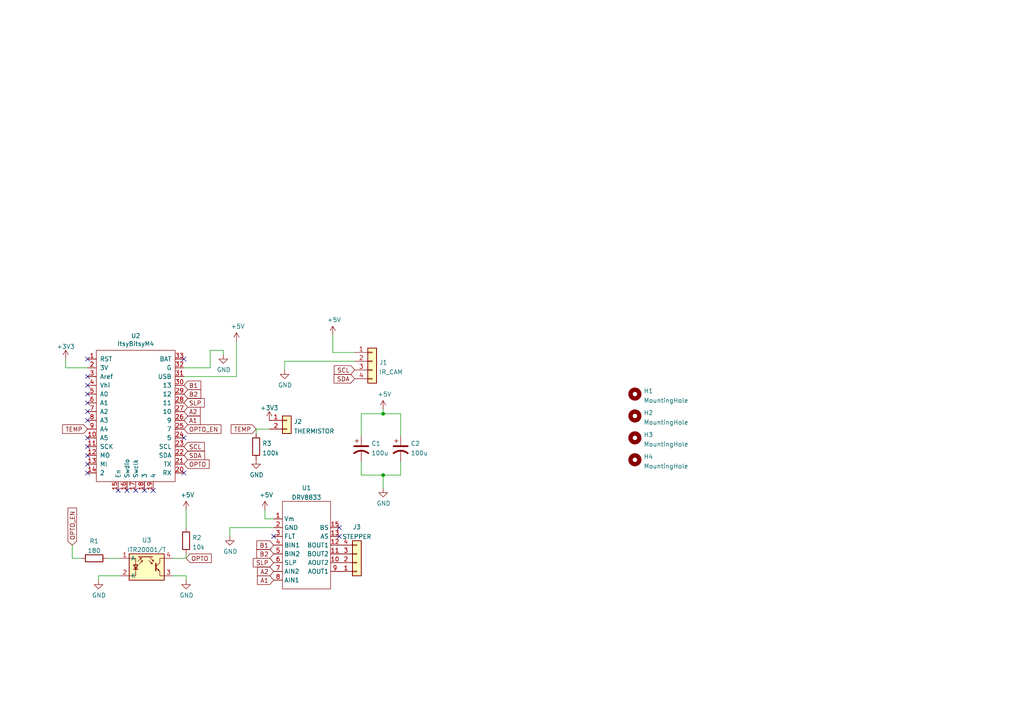
<source format=kicad_sch>
(kicad_sch (version 20211123) (generator eeschema)
  (paper "A4")
  (lib_symbols
    (symbol "Connector_Generic:Conn_01x02" (pin_names (offset 1.016) hide)
      (property "Reference" "J" (at 0 2.54 0))
      (property "Value" "Conn_01x02" (at 0 -5.08 0))
      (symbol "Conn_01x02_1_1"
        (rectangle (start -1.27 -2.413) (end 0 -2.667) (stroke (width 0.1524)))
        (rectangle (start -1.27 0.127) (end 0 -0.127) (stroke (width 0.1524)))
        (rectangle (start -1.27 1.27) (end 1.27 -3.81) (stroke (width 0.254)) (fill (type background)))
        (pin passive line (at -5.08 0 0) (length 3.81) (name "Pin_1") (number "1"))
        (pin passive line (at -5.08 -2.54 0) (length 3.81) (name "Pin_2") (number "2"))
      )
    )
    (symbol "Connector_Generic:Conn_01x04" (pin_names (offset 1.016) hide)
      (property "Reference" "J" (at 0 5.08 0))
      (property "Value" "Conn_01x04" (at 0 -7.62 0))
      (symbol "Conn_01x04_1_1"
        (rectangle (start -1.27 -4.953) (end 0 -5.207) (stroke (width 0.1524)))
        (rectangle (start -1.27 -2.413) (end 0 -2.667) (stroke (width 0.1524)))
        (rectangle (start -1.27 0.127) (end 0 -0.127) (stroke (width 0.1524)))
        (rectangle (start -1.27 2.667) (end 0 2.413) (stroke (width 0.1524)))
        (rectangle (start -1.27 3.81) (end 1.27 -6.35) (stroke (width 0.254)) (fill (type background)))
        (pin passive line (at -5.08 2.54 0) (length 3.81) (name "Pin_1") (number "1"))
        (pin passive line (at -5.08 0 0) (length 3.81) (name "Pin_2") (number "2"))
        (pin passive line (at -5.08 -2.54 0) (length 3.81) (name "Pin_3") (number "3"))
        (pin passive line (at -5.08 -5.08 0) (length 3.81) (name "Pin_4") (number "4"))
      )
    )
    (symbol "Device:C_Polarized_US" (pin_numbers hide) (pin_names (offset 0.254) hide)
      (property "Reference" "C" (at 0.635 2.54 0))
      (property "Value" "C_Polarized_US" (at 0.635 -2.54 0))
      (symbol "C_Polarized_US_0_1"
        (polyline (pts (xy -2.032 0.762) (xy 2.032 0.762)) (stroke (width 0.508)))
        (polyline (pts (xy -1.778 2.286) (xy -0.762 2.286)))
        (polyline (pts (xy -1.27 1.778) (xy -1.27 2.794)))
        (arc (start 2.032 -1.27) (mid 0 -0.5572) (end -2.032 -1.27) (stroke (width 0.508)))
      )
      (symbol "C_Polarized_US_1_1"
        (pin passive line (at 0 3.81 270) (length 2.794) (name "~") (number "1"))
        (pin passive line (at 0 -3.81 90) (length 3.302) (name "~") (number "2"))
      )
    )
    (symbol "Device:R" (pin_numbers hide) (pin_names (offset 0))
      (property "Reference" "R" (at 2.032 0 90))
      (property "Value" "R" (at 0 0 90))
      (symbol "R_0_1"
        (rectangle (start -1.016 -2.54) (end 1.016 2.54) (stroke (width 0.254)))
      )
      (symbol "R_1_1"
        (pin passive line (at 0 3.81 270) (length 1.27) (name "~") (number "1"))
        (pin passive line (at 0 -3.81 90) (length 1.27) (name "~") (number "2"))
      )
    )
    (symbol "Mechanical:MountingHole" (pin_names (offset 1.016))
      (property "Reference" "H" (at 0 5.08 0))
      (property "Value" "MountingHole" (at 0 3.175 0))
      (symbol "MountingHole_0_1"
        (circle (center 0 0) (radius 1.27) (stroke (width 1.27)))
      )
    )
    (symbol "SW2:DRV8833"
      (property "Reference" "U" (at -2.54 1.27 0))
      (property "Value" "DRV8833" (at 5.08 -1.27 0))
      (symbol "DRV8833_0_1"
        (rectangle (start -3.81 0) (end 10.16 -25.4) (stroke (width 0.1524)))
      )
      (symbol "DRV8833_1_1"
        (pin input line (at -6.35 -5.08 0) (length 2.54) (name "Vm") (number "1"))
        (pin input line (at 12.7 -17.78 180) (length 2.54) (name "AOUT2") (number "10"))
        (pin input line (at 12.7 -15.24 180) (length 2.54) (name "BOUT2") (number "11"))
        (pin input line (at 12.7 -12.7 180) (length 2.54) (name "BOUT1") (number "12"))
        (pin input line (at 12.7 -10.16 180) (length 2.54) (name "AS") (number "13"))
        (pin input line (at 12.7 -7.62 180) (length 2.54) (name "BS") (number "15"))
        (pin input line (at -6.35 -7.62 0) (length 2.54) (name "GND") (number "2"))
        (pin input line (at -6.35 -10.16 0) (length 2.54) (name "FLT") (number "3"))
        (pin input line (at -6.35 -12.7 0) (length 2.54) (name "BIN1") (number "4"))
        (pin input line (at -6.35 -15.24 0) (length 2.54) (name "BIN2") (number "5"))
        (pin input line (at -6.35 -17.78 0) (length 2.54) (name "SLP") (number "6"))
        (pin input line (at -6.35 -20.32 0) (length 2.54) (name "AIN2") (number "7"))
        (pin input line (at -6.35 -22.86 0) (length 2.54) (name "AIN1") (number "8"))
        (pin input line (at 12.7 -20.32 180) (length 2.54) (name "AOUT1") (number "9"))
      )
    )
    (symbol "SW2:ITR20001{slash}T"
      (property "Reference" "U" (at 0 2.54 0))
      (property "Value" "ITR20001{slash}T" (at 0 0 0))
      (symbol "ITR20001{slash}T_0_1"
        (polyline (pts (xy -3.81 -5.715) (xy -2.54 -5.715)) (stroke (width 0.254)))
        (polyline (pts (xy -2.286 -2.159) (xy -2.032 -1.905)))
        (polyline (pts (xy -1.778 -2.159) (xy -1.524 -1.905)))
        (polyline (pts (xy -1.524 -2.413) (xy -1.651 -2.921)))
        (polyline (pts (xy -1.27 -2.159) (xy -1.016 -1.905)))
        (polyline (pts (xy -1.143 -3.175) (xy -1.27 -3.683)))
        (polyline (pts (xy -0.762 -2.159) (xy -0.508 -1.905)))
        (polyline (pts (xy -0.254 -2.159) (xy 0 -1.905)))
        (polyline (pts (xy 0.254 -2.159) (xy 0.508 -1.905)))
        (polyline (pts (xy 0.762 -2.159) (xy 1.016 -1.905)))
        (polyline (pts (xy 1.27 -2.159) (xy 1.524 -1.905)))
        (polyline (pts (xy 1.651 -4.191) (xy 1.143 -4.064)))
        (polyline (pts (xy 1.778 -2.159) (xy -2.413 -2.159)))
        (polyline (pts (xy 2.032 -3.429) (xy 1.524 -3.302)))
        (polyline (pts (xy 2.667 -5.207) (xy 3.81 -6.35)))
        (polyline (pts (xy 2.667 -4.953) (xy 3.81 -3.81)))
        (polyline (pts (xy -2.54 -3.429) (xy -1.524 -2.413) (xy -2.032 -2.54)))
        (polyline (pts (xy -2.159 -4.191) (xy -1.143 -3.175) (xy -1.651 -3.302)))
        (polyline (pts (xy 0.635 -3.175) (xy 1.651 -4.191) (xy 1.524 -3.683)))
        (polyline (pts (xy 1.016 -2.413) (xy 2.032 -3.429) (xy 1.905 -2.921)))
        (polyline (pts (xy 2.667 -4.064) (xy 2.667 -6.096) (xy 2.667 -6.096)) (stroke (width 0.3556)))
        (polyline (pts (xy 3.81 -6.35) (xy 3.81 -7.62) (xy 5.08 -7.62)))
        (polyline (pts (xy 3.81 -3.81) (xy 3.81 -2.54) (xy 5.08 -2.54)))
        (polyline (pts (xy -5.08 -7.62) (xy -3.175 -7.62) (xy -3.175 -2.54) (xy -5.08 -2.54)))
        (polyline (pts (xy -3.175 -5.715) (xy -3.81 -4.445) (xy -2.54 -4.445) (xy -3.175 -5.715)) (stroke (width 0.254)))
        (polyline (pts (xy 3.683 -6.223) (xy 3.429 -5.715) (xy 3.175 -5.969) (xy 3.683 -6.223)))
        (polyline (pts (xy -5.08 -8.89) (xy 5.08 -8.89) (xy 5.08 -1.27) (xy -5.08 -1.27) (xy -5.08 -8.89)) (stroke (width 0.254)) (fill (type background)))
      )
      (symbol "ITR20001{slash}T_1_1"
        (pin passive line (at -7.62 -2.54 0) (length 2.54) (name "A") (number "1"))
        (pin passive line (at -7.62 -7.62 0) (length 2.54) (name "K") (number "2"))
        (pin open_emitter line (at 7.62 -7.62 180) (length 2.54) (name "~") (number "3"))
        (pin open_collector line (at 7.62 -2.54 180) (length 2.54) (name "~") (number "4"))
      )
    )
    (symbol "Spaceworks:ItsyBitsyM4" (pin_names (offset 1.016))
      (property "Reference" "U" (at -10.16 8.89 0))
      (property "Value" "ItsyBitsyM4" (at 0 6.35 0))
      (symbol "ItsyBitsyM4_0_1"
        (rectangle (start -11.43 7.62) (end 11.43 -30.48))
      )
      (symbol "ItsyBitsyM4_1_1"
        (pin passive line (at -13.97 5.08 0) (length 2.54) (name "RST") (number "1"))
        (pin passive line (at -13.97 -17.78 0) (length 2.54) (name "A5") (number "10"))
        (pin passive line (at -13.97 -20.32 0) (length 2.54) (name "SCK") (number "11"))
        (pin passive line (at -13.97 -22.86 0) (length 2.54) (name "MO") (number "12"))
        (pin passive line (at -13.97 -25.4 0) (length 2.54) (name "MI") (number "13"))
        (pin passive line (at -13.97 -27.94 0) (length 2.54) (name "2") (number "14"))
        (pin passive line (at -5.08 -33.02 90) (length 2.54) (name "En") (number "15"))
        (pin passive line (at -2.54 -33.02 90) (length 2.54) (name "Swdio") (number "16"))
        (pin passive line (at 0 -33.02 90) (length 2.54) (name "Swclk") (number "17"))
        (pin passive line (at 2.54 -33.02 90) (length 2.54) (name "3") (number "18"))
        (pin passive line (at 5.08 -33.02 90) (length 2.54) (name "4") (number "19"))
        (pin passive line (at -13.97 2.54 0) (length 2.54) (name "3V") (number "2"))
        (pin passive line (at 13.97 -27.94 180) (length 2.54) (name "RX") (number "20"))
        (pin passive line (at 13.97 -25.4 180) (length 2.54) (name "TX") (number "21"))
        (pin passive line (at 13.97 -22.86 180) (length 2.54) (name "SDA") (number "22"))
        (pin passive line (at 13.97 -20.32 180) (length 2.54) (name "SCL") (number "23"))
        (pin passive line (at 13.97 -17.78 180) (length 2.54) (name "5") (number "24"))
        (pin passive line (at 13.97 -15.24 180) (length 2.54) (name "7") (number "25"))
        (pin passive line (at 13.97 -12.7 180) (length 2.54) (name "9") (number "26"))
        (pin passive line (at 13.97 -10.16 180) (length 2.54) (name "10") (number "27"))
        (pin passive line (at 13.97 -7.62 180) (length 2.54) (name "11") (number "28"))
        (pin passive line (at 13.97 -5.08 180) (length 2.54) (name "12") (number "29"))
        (pin passive line (at -13.97 0 0) (length 2.54) (name "Aref") (number "3"))
        (pin passive line (at 13.97 -2.54 180) (length 2.54) (name "13") (number "30"))
        (pin passive line (at 13.97 0 180) (length 2.54) (name "USB") (number "31"))
        (pin passive line (at 13.97 2.54 180) (length 2.54) (name "G") (number "32"))
        (pin passive line (at 13.97 5.08 180) (length 2.54) (name "BAT") (number "33"))
        (pin passive line (at -13.97 -2.54 0) (length 2.54) (name "Vhi") (number "4"))
        (pin passive line (at -13.97 -5.08 0) (length 2.54) (name "A0") (number "5"))
        (pin passive line (at -13.97 -7.62 0) (length 2.54) (name "A1") (number "6"))
        (pin passive line (at -13.97 -10.16 0) (length 2.54) (name "A2") (number "7"))
        (pin passive line (at -13.97 -12.7 0) (length 2.54) (name "A3") (number "8"))
        (pin passive line (at -13.97 -15.24 0) (length 2.54) (name "A4") (number "9"))
      )
    )
    (symbol "power:+3.3V" (power) (pin_names (offset 0))
      (property "Value" "+3.3V" (at 0 3.556 0))
      (symbol "+3.3V_0_1"
        (polyline (pts (xy -0.762 1.27) (xy 0 2.54)))
        (polyline (pts (xy 0 0) (xy 0 2.54)))
        (polyline (pts (xy 0 2.54) (xy 0.762 1.27)))
      )
      (symbol "+3.3V_1_1"
        (pin power_in line (at 0 0 90) (length 0) hide (name "+3V3") (number "1"))
      )
    )
    (symbol "power:+5V" (power) (pin_names (offset 0))
      (property "Value" "+5V" (at 0 3.556 0))
      (symbol "+5V_0_1"
        (polyline (pts (xy -0.762 1.27) (xy 0 2.54)))
        (polyline (pts (xy 0 0) (xy 0 2.54)))
        (polyline (pts (xy 0 2.54) (xy 0.762 1.27)))
      )
      (symbol "+5V_1_1"
        (pin power_in line (at 0 0 90) (length 0) hide (name "+5V") (number "1"))
      )
    )
    (symbol "power:GND" (power) (pin_names (offset 0))
      (property "Value" "GND" (at 0 -3.81 0))
      (symbol "GND_0_1"
        (polyline (pts (xy 0 0) (xy 0 -1.27) (xy 1.27 -1.27) (xy 0 -2.54) (xy -1.27 -1.27) (xy 0 -1.27)))
      )
      (symbol "GND_1_1"
        (pin power_in line (at 0 0 270) (length 0) hide (name "GND") (number "1"))
      )
    )
  )
  (junction (at 111.125 137.795))
  (junction (at 111.125 120.015))
  (no_connect (at 79.375 155.575))
  (no_connect (at 98.425 153.035))
  (no_connect (at 98.425 155.575))
  (no_connect (at 53.34 127))
  (no_connect (at 53.34 137.16))
  (no_connect (at 25.4 132.08))
  (no_connect (at 25.4 134.62))
  (no_connect (at 25.4 137.16))
  (no_connect (at 34.29 142.24))
  (no_connect (at 25.4 127))
  (no_connect (at 25.4 129.54))
  (no_connect (at 53.34 104.14))
  (no_connect (at 25.4 121.92))
  (no_connect (at 36.83 142.24))
  (no_connect (at 39.37 142.24))
  (no_connect (at 41.91 142.24))
  (no_connect (at 44.45 142.24))
  (no_connect (at 25.4 119.38))
  (no_connect (at 25.4 116.84))
  (no_connect (at 25.4 114.3))
  (no_connect (at 25.4 111.76))
  (no_connect (at 25.4 109.22))
  (no_connect (at 25.4 104.14))
  (wire (pts (xy 82.55 104.775) (xy 82.55 107.315)))
  (wire (pts (xy 53.34 106.68) (xy 60.96 106.68)))
  (wire (pts (xy 64.77 101.6) (xy 64.77 102.87)))
  (wire (pts (xy 74.295 124.46) (xy 74.295 125.73)))
  (wire (pts (xy 76.835 150.495) (xy 79.375 150.495)))
  (wire (pts (xy 116.205 137.795) (xy 116.205 133.985)))
  (wire (pts (xy 20.955 158.115) (xy 20.955 161.925)))
  (wire (pts (xy 76.835 147.955) (xy 76.835 150.495)))
  (wire (pts (xy 111.125 137.795) (xy 116.205 137.795)))
  (wire (pts (xy 19.05 106.68) (xy 25.4 106.68)))
  (wire (pts (xy 96.52 102.235) (xy 102.87 102.235)))
  (wire (pts (xy 74.295 124.46) (xy 78.105 124.46)))
  (wire (pts (xy 111.125 120.015) (xy 116.205 120.015)))
  (wire (pts (xy 104.775 126.365) (xy 104.775 120.015)))
  (wire (pts (xy 28.575 168.275) (xy 28.575 167.005)))
  (wire (pts (xy 111.125 118.745) (xy 111.125 120.015)))
  (wire (pts (xy 20.955 161.925) (xy 23.495 161.925)))
  (wire (pts (xy 53.975 161.925) (xy 53.975 160.655)))
  (wire (pts (xy 96.52 97.155) (xy 96.52 102.235)))
  (wire (pts (xy 104.775 137.795) (xy 111.125 137.795)))
  (wire (pts (xy 79.375 153.035) (xy 66.675 153.035)))
  (wire (pts (xy 68.58 109.22) (xy 68.58 99.06)))
  (wire (pts (xy 31.115 161.925) (xy 34.925 161.925)))
  (wire (pts (xy 104.775 120.015) (xy 111.125 120.015)))
  (wire (pts (xy 19.05 104.14) (xy 19.05 106.68)))
  (wire (pts (xy 66.675 153.035) (xy 66.675 155.575)))
  (wire (pts (xy 28.575 167.005) (xy 34.925 167.005)))
  (wire (pts (xy 60.96 101.6) (xy 64.77 101.6)))
  (wire (pts (xy 116.205 120.015) (xy 116.205 126.365)))
  (wire (pts (xy 53.975 167.005) (xy 53.975 168.275)))
  (wire (pts (xy 53.34 109.22) (xy 68.58 109.22)))
  (wire (pts (xy 102.87 104.775) (xy 82.55 104.775)))
  (wire (pts (xy 60.96 106.68) (xy 60.96 101.6)))
  (wire (pts (xy 50.165 161.925) (xy 53.975 161.925)))
  (wire (pts (xy 50.165 167.005) (xy 53.975 167.005)))
  (wire (pts (xy 104.775 133.985) (xy 104.775 137.795)))
  (wire (pts (xy 111.125 137.795) (xy 111.125 141.605)))
  (wire (pts (xy 53.975 147.955) (xy 53.975 153.035)))
  (global_label "SLP" (shape input) (at 79.375 163.195 180) (property "Intersheet References" "${INTERSHEET_REFS}" (effects hide)))
  (global_label "A2" (shape input) (at 79.375 165.735 180) (property "Intersheet References" "${INTERSHEET_REFS}" (effects hide)))
  (global_label "B2" (shape input) (at 53.34 114.3 0) (property "Intersheet References" "${INTERSHEET_REFS}" (effects hide)))
  (global_label "A1" (shape input) (at 53.34 121.92 0) (property "Intersheet References" "${INTERSHEET_REFS}" (effects hide)))
  (global_label "B1" (shape input) (at 79.375 158.115 180) (property "Intersheet References" "${INTERSHEET_REFS}" (effects hide)))
  (global_label "SDA" (shape input) (at 102.87 109.855 180) (property "Intersheet References" "${INTERSHEET_REFS}" (effects hide)))
  (global_label "SCL" (shape input) (at 102.87 107.315 180) (property "Intersheet References" "${INTERSHEET_REFS}" (effects hide)))
  (global_label "SDA" (shape input) (at 53.34 132.08 0) (property "Intersheet References" "${INTERSHEET_REFS}" (effects hide)))
  (global_label "A2" (shape input) (at 53.34 119.38 0) (property "Intersheet References" "${INTERSHEET_REFS}" (effects hide)))
  (global_label "OPTO_EN" (shape input) (at 53.34 124.46 0) (property "Intersheet References" "${INTERSHEET_REFS}" (effects hide)))
  (global_label "OPTO" (shape input) (at 53.34 134.62 0) (property "Intersheet References" "${INTERSHEET_REFS}" (effects hide)))
  (global_label "B1" (shape input) (at 53.34 111.76 0) (property "Intersheet References" "${INTERSHEET_REFS}" (effects hide)))
  (global_label "SLP" (shape input) (at 53.34 116.84 0) (property "Intersheet References" "${INTERSHEET_REFS}" (effects hide)))
  (global_label "TEMP" (shape input) (at 74.295 124.46 180) (property "Intersheet References" "${INTERSHEET_REFS}" (effects hide)))
  (global_label "A1" (shape input) (at 79.375 168.275 180) (property "Intersheet References" "${INTERSHEET_REFS}" (effects hide)))
  (global_label "SCL" (shape input) (at 53.34 129.54 0) (property "Intersheet References" "${INTERSHEET_REFS}" (effects hide)))
  (global_label "OPTO_EN" (shape input) (at 20.955 158.115 90) (property "Intersheet References" "${INTERSHEET_REFS}" (effects hide)))
  (global_label "TEMP" (shape input) (at 25.4 124.46 180) (property "Intersheet References" "${INTERSHEET_REFS}" (effects hide)))
  (global_label "B2" (shape input) (at 79.375 160.655 180) (property "Intersheet References" "${INTERSHEET_REFS}" (effects hide)))
  (global_label "OPTO" (shape input) (at 53.975 161.925 0) (property "Intersheet References" "${INTERSHEET_REFS}" (effects hide)))
  (symbol (lib_id "Spaceworks:ItsyBitsyM4") (at 39.37 109.22 0) (unit 1)
    (property "Reference" "U2" (at 39.37 97.409 0))
    (property "Value" "ItsyBitsyM4" (at 39.37 99.7204 0))
    (property "Footprint" "SW2:Adafruit_ItsyBitsy_M4" (effects hide))
  )
  (symbol (lib_id "power:+5V") (at 68.58 99.06 0) (unit 1)
    (property "Reference" "#PWR03" (effects hide))
    (property "Value" "+5V" (at 68.961 94.6658 0))
  )
  (symbol (lib_id "power:+5V") (at 96.52 97.155 0) (unit 1)
    (property "Reference" "#PWR02" (effects hide))
    (property "Value" "+5V" (at 96.901 92.7608 0))
  )
  (symbol (lib_id "power:GND") (at 82.55 107.315 0) (unit 1)
    (property "Reference" "#PWR01" (effects hide))
    (property "Value" "GND" (at 82.677 111.7092 0))
  )
  (symbol (lib_id "SW2:ITR20001{slash}T") (at 42.545 159.385 0) (unit 1)
    (property "Reference" "U3" (at 42.545 156.6885 0))
    (property "Value" "ITR20001/T" (at 42.545 159.4636 0))
    (property "Footprint" "SW2:ITR20001T" (effects hide))
  )
  (symbol (lib_id "Device:R") (at 53.975 156.845 0) (unit 1)
    (property "Reference" "R2" (at 55.753 155.9365 0) (effects (justify left)))
    (property "Value" "10k" (at 55.753 158.7116 0) (effects (justify left)))
    (property "Footprint" "Resistor_THT:R_Axial_DIN0207_L6.3mm_D2.5mm_P7.62mm_Horizontal" (effects hide))
  )
  (symbol (lib_id "power:GND") (at 66.675 155.575 0) (unit 1)
    (property "Reference" "#PWR010" (effects hide))
    (property "Value" "GND" (at 66.802 159.9692 0))
  )
  (symbol (lib_id "power:+3.3V") (at 19.05 104.14 0) (unit 1)
    (property "Reference" "#PWR09" (effects hide))
    (property "Value" "+3.3V" (at 19.05 100.5355 0))
  )
  (symbol (lib_id "Mechanical:MountingHole") (at 184.15 120.65 0) (unit 1)
    (property "Reference" "H2" (at 186.69 119.7415 0) (effects (justify left)))
    (property "Value" "MountingHole" (at 186.69 122.5166 0) (effects (justify left)))
    (property "Footprint" "MountingHole:MountingHole_2.1mm" (effects hide))
  )
  (symbol (lib_id "Device:R") (at 74.295 129.54 0) (unit 1)
    (property "Reference" "R3" (at 76.073 128.6315 0) (effects (justify left)))
    (property "Value" "100k" (at 76.073 131.4066 0) (effects (justify left)))
    (property "Footprint" "Resistor_THT:R_Axial_DIN0207_L6.3mm_D2.5mm_P7.62mm_Horizontal" (effects hide))
  )
  (symbol (lib_id "Device:R") (at 27.305 161.925 90) (unit 1)
    (property "Reference" "R1" (at 27.305 156.9425 90))
    (property "Value" "180" (at 27.305 159.7176 90))
    (property "Footprint" "Resistor_THT:R_Axial_DIN0207_L6.3mm_D2.5mm_P7.62mm_Horizontal" (effects hide))
  )
  (symbol (lib_id "power:GND") (at 28.575 168.275 0) (unit 1)
    (property "Reference" "#PWR0101" (effects hide))
    (property "Value" "GND" (at 28.702 172.6692 0))
  )
  (symbol (lib_id "Mechanical:MountingHole") (at 184.15 133.35 0) (unit 1)
    (property "Reference" "H4" (at 186.69 132.4415 0) (effects (justify left)))
    (property "Value" "MountingHole" (at 186.69 135.2166 0) (effects (justify left)))
    (property "Footprint" "MountingHole:MountingHole_2.1mm" (effects hide))
  )
  (symbol (lib_id "Mechanical:MountingHole") (at 184.15 114.3 0) (unit 1)
    (property "Reference" "H1" (at 186.69 113.3915 0) (effects (justify left)))
    (property "Value" "MountingHole" (at 186.69 116.1666 0) (effects (justify left)))
    (property "Footprint" "MountingHole:MountingHole_2.1mm" (effects hide))
  )
  (symbol (lib_id "Connector_Generic:Conn_01x04") (at 107.95 104.775 0) (unit 1)
    (property "Reference" "J1" (at 109.982 105.1365 0) (effects (justify left)))
    (property "Value" "IR_CAM" (at 109.982 107.9116 0) (effects (justify left)))
    (property "Footprint" "Connector_JST:JST_PH_B4B-PH-SM4-TB_1x04-1MP_P2.00mm_Vertical" (effects hide))
  )
  (symbol (lib_id "power:GND") (at 53.975 168.275 0) (unit 1)
    (property "Reference" "#PWR0102" (effects hide))
    (property "Value" "GND" (at 54.102 172.6692 0))
  )
  (symbol (lib_id "power:+5V") (at 53.975 147.955 0) (unit 1)
    (property "Reference" "#PWR0103" (effects hide))
    (property "Value" "+5V" (at 54.356 143.5608 0))
  )
  (symbol (lib_id "Connector_Generic:Conn_01x02") (at 83.185 121.92 0) (unit 1)
    (property "Reference" "J2" (at 85.217 122.2815 0) (effects (justify left)))
    (property "Value" "THERMISTOR" (at 85.217 125.0566 0) (effects (justify left)))
    (property "Footprint" "Connector_JST:JST_PH_B2B-PH-SM4-TB_1x02-1MP_P2.00mm_Vertical" (effects hide))
  )
  (symbol (lib_id "power:GND") (at 64.77 102.87 0) (unit 1)
    (property "Reference" "#PWR04" (effects hide))
    (property "Value" "GND" (at 64.897 107.2642 0))
  )
  (symbol (lib_id "power:+5V") (at 76.835 147.955 0) (unit 1)
    (property "Reference" "#PWR011" (effects hide))
    (property "Value" "+5V" (at 77.216 143.5608 0))
  )
  (symbol (lib_id "power:+5V") (at 111.125 118.745 0) (unit 1)
    (property "Reference" "#PWR07" (effects hide))
    (property "Value" "+5V" (at 111.506 114.3508 0))
  )
  (symbol (lib_id "Device:C_Polarized_US") (at 116.205 130.175 0) (unit 1)
    (property "Reference" "C2" (at 119.126 128.6315 0) (effects (justify left)))
    (property "Value" "100u" (at 119.126 131.4066 0) (effects (justify left)))
    (property "Footprint" "Capacitor_THT:CP_Radial_D5.0mm_P2.50mm" (effects hide))
  )
  (symbol (lib_id "Device:C_Polarized_US") (at 104.775 130.175 0) (unit 1)
    (property "Reference" "C1" (at 107.696 128.6315 0) (effects (justify left)))
    (property "Value" "100u" (at 107.696 131.4066 0) (effects (justify left)))
    (property "Footprint" "Capacitor_THT:CP_Radial_D5.0mm_P2.50mm" (effects hide))
  )
  (symbol (lib_id "Connector_Generic:Conn_01x04") (at 103.505 163.195 0) (mirror x) (unit 1)
    (property "Reference" "J3" (at 103.505 152.8785 0))
    (property "Value" "STEPPER" (at 103.505 155.6536 0))
    (property "Footprint" "Connector_JST:JST_PH_B4B-PH-SM4-TB_1x04-1MP_P2.00mm_Vertical" (effects hide))
  )
  (symbol (lib_id "power:+3.3V") (at 78.105 121.92 0) (unit 1)
    (property "Reference" "#PWR0104" (effects hide))
    (property "Value" "+3.3V" (at 78.105 118.3155 0))
  )
  (symbol (lib_id "Mechanical:MountingHole") (at 184.15 127 0) (unit 1)
    (property "Reference" "H3" (at 186.69 126.0915 0) (effects (justify left)))
    (property "Value" "MountingHole" (at 186.69 128.8666 0) (effects (justify left)))
    (property "Footprint" "MountingHole:MountingHole_2.1mm" (effects hide))
  )
  (symbol (lib_id "power:GND") (at 111.125 141.605 0) (unit 1)
    (property "Reference" "#PWR08" (effects hide))
    (property "Value" "GND" (at 111.252 145.9992 0))
  )
  (symbol (lib_id "power:GND") (at 74.295 133.35 0) (unit 1)
    (property "Reference" "#PWR06" (effects hide))
    (property "Value" "GND" (at 74.422 137.7442 0))
  )
  (symbol (lib_id "SW2:DRV8833") (at 85.725 145.415 0) (unit 1)
    (property "Reference" "U1" (at 88.9 141.4993 0))
    (property "Value" "DRV8833" (at 88.9 144.2744 0))
    (property "Footprint" "SW2:DRV8833" (effects hide))
  )
)
</source>
